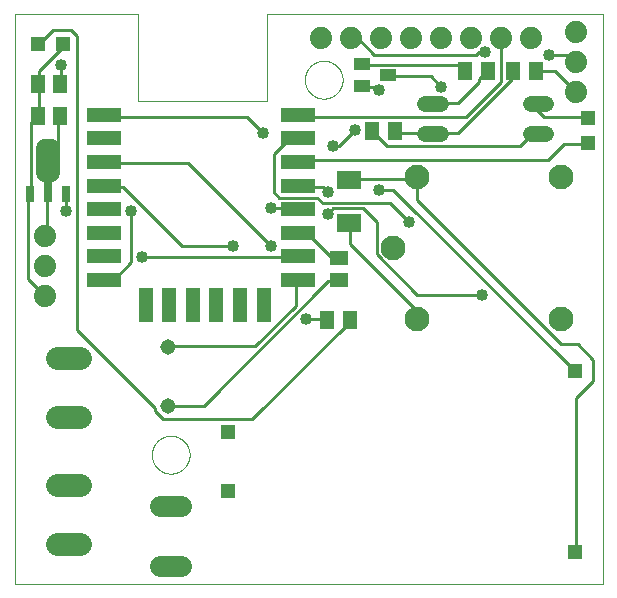
<source format=gtl>
G75*
%MOIN*%
%OFA0B0*%
%FSLAX25Y25*%
%IPPOS*%
%LPD*%
%AMOC8*
5,1,8,0,0,1.08239X$1,22.5*
%
%ADD10C,0.00000*%
%ADD11R,0.11811X0.04724*%
%ADD12R,0.04724X0.11811*%
%ADD13C,0.05200*%
%ADD14C,0.05150*%
%ADD15R,0.05150X0.05150*%
%ADD16C,0.08268*%
%ADD17R,0.03150X0.05512*%
%ADD18R,0.03150X0.07480*%
%ADD19C,0.06000*%
%ADD20C,0.07800*%
%ADD21R,0.05512X0.03937*%
%ADD22R,0.08268X0.05906*%
%ADD23R,0.05118X0.05906*%
%ADD24C,0.07000*%
%ADD25R,0.05118X0.06299*%
%ADD26R,0.04724X0.04724*%
%ADD27R,0.06299X0.05118*%
%ADD28C,0.07400*%
%ADD29C,0.01000*%
%ADD30C,0.04000*%
D10*
X0019333Y0012000D02*
X0019333Y0202000D01*
X0060333Y0202000D01*
X0060333Y0173000D01*
X0103333Y0173000D01*
X0103333Y0202000D01*
X0215333Y0202000D01*
X0215333Y0012000D01*
X0019333Y0012000D01*
X0065034Y0055000D02*
X0065036Y0055158D01*
X0065042Y0055316D01*
X0065052Y0055474D01*
X0065066Y0055632D01*
X0065084Y0055789D01*
X0065105Y0055946D01*
X0065131Y0056102D01*
X0065161Y0056258D01*
X0065194Y0056413D01*
X0065232Y0056566D01*
X0065273Y0056719D01*
X0065318Y0056871D01*
X0065367Y0057022D01*
X0065420Y0057171D01*
X0065476Y0057319D01*
X0065536Y0057465D01*
X0065600Y0057610D01*
X0065668Y0057753D01*
X0065739Y0057895D01*
X0065813Y0058035D01*
X0065891Y0058172D01*
X0065973Y0058308D01*
X0066057Y0058442D01*
X0066146Y0058573D01*
X0066237Y0058702D01*
X0066332Y0058829D01*
X0066429Y0058954D01*
X0066530Y0059076D01*
X0066634Y0059195D01*
X0066741Y0059312D01*
X0066851Y0059426D01*
X0066964Y0059537D01*
X0067079Y0059646D01*
X0067197Y0059751D01*
X0067318Y0059853D01*
X0067441Y0059953D01*
X0067567Y0060049D01*
X0067695Y0060142D01*
X0067825Y0060232D01*
X0067958Y0060318D01*
X0068093Y0060402D01*
X0068229Y0060481D01*
X0068368Y0060558D01*
X0068509Y0060630D01*
X0068651Y0060700D01*
X0068795Y0060765D01*
X0068941Y0060827D01*
X0069088Y0060885D01*
X0069237Y0060940D01*
X0069387Y0060991D01*
X0069538Y0061038D01*
X0069690Y0061081D01*
X0069843Y0061120D01*
X0069998Y0061156D01*
X0070153Y0061187D01*
X0070309Y0061215D01*
X0070465Y0061239D01*
X0070622Y0061259D01*
X0070780Y0061275D01*
X0070937Y0061287D01*
X0071096Y0061295D01*
X0071254Y0061299D01*
X0071412Y0061299D01*
X0071570Y0061295D01*
X0071729Y0061287D01*
X0071886Y0061275D01*
X0072044Y0061259D01*
X0072201Y0061239D01*
X0072357Y0061215D01*
X0072513Y0061187D01*
X0072668Y0061156D01*
X0072823Y0061120D01*
X0072976Y0061081D01*
X0073128Y0061038D01*
X0073279Y0060991D01*
X0073429Y0060940D01*
X0073578Y0060885D01*
X0073725Y0060827D01*
X0073871Y0060765D01*
X0074015Y0060700D01*
X0074157Y0060630D01*
X0074298Y0060558D01*
X0074437Y0060481D01*
X0074573Y0060402D01*
X0074708Y0060318D01*
X0074841Y0060232D01*
X0074971Y0060142D01*
X0075099Y0060049D01*
X0075225Y0059953D01*
X0075348Y0059853D01*
X0075469Y0059751D01*
X0075587Y0059646D01*
X0075702Y0059537D01*
X0075815Y0059426D01*
X0075925Y0059312D01*
X0076032Y0059195D01*
X0076136Y0059076D01*
X0076237Y0058954D01*
X0076334Y0058829D01*
X0076429Y0058702D01*
X0076520Y0058573D01*
X0076609Y0058442D01*
X0076693Y0058308D01*
X0076775Y0058172D01*
X0076853Y0058035D01*
X0076927Y0057895D01*
X0076998Y0057753D01*
X0077066Y0057610D01*
X0077130Y0057465D01*
X0077190Y0057319D01*
X0077246Y0057171D01*
X0077299Y0057022D01*
X0077348Y0056871D01*
X0077393Y0056719D01*
X0077434Y0056566D01*
X0077472Y0056413D01*
X0077505Y0056258D01*
X0077535Y0056102D01*
X0077561Y0055946D01*
X0077582Y0055789D01*
X0077600Y0055632D01*
X0077614Y0055474D01*
X0077624Y0055316D01*
X0077630Y0055158D01*
X0077632Y0055000D01*
X0077630Y0054842D01*
X0077624Y0054684D01*
X0077614Y0054526D01*
X0077600Y0054368D01*
X0077582Y0054211D01*
X0077561Y0054054D01*
X0077535Y0053898D01*
X0077505Y0053742D01*
X0077472Y0053587D01*
X0077434Y0053434D01*
X0077393Y0053281D01*
X0077348Y0053129D01*
X0077299Y0052978D01*
X0077246Y0052829D01*
X0077190Y0052681D01*
X0077130Y0052535D01*
X0077066Y0052390D01*
X0076998Y0052247D01*
X0076927Y0052105D01*
X0076853Y0051965D01*
X0076775Y0051828D01*
X0076693Y0051692D01*
X0076609Y0051558D01*
X0076520Y0051427D01*
X0076429Y0051298D01*
X0076334Y0051171D01*
X0076237Y0051046D01*
X0076136Y0050924D01*
X0076032Y0050805D01*
X0075925Y0050688D01*
X0075815Y0050574D01*
X0075702Y0050463D01*
X0075587Y0050354D01*
X0075469Y0050249D01*
X0075348Y0050147D01*
X0075225Y0050047D01*
X0075099Y0049951D01*
X0074971Y0049858D01*
X0074841Y0049768D01*
X0074708Y0049682D01*
X0074573Y0049598D01*
X0074437Y0049519D01*
X0074298Y0049442D01*
X0074157Y0049370D01*
X0074015Y0049300D01*
X0073871Y0049235D01*
X0073725Y0049173D01*
X0073578Y0049115D01*
X0073429Y0049060D01*
X0073279Y0049009D01*
X0073128Y0048962D01*
X0072976Y0048919D01*
X0072823Y0048880D01*
X0072668Y0048844D01*
X0072513Y0048813D01*
X0072357Y0048785D01*
X0072201Y0048761D01*
X0072044Y0048741D01*
X0071886Y0048725D01*
X0071729Y0048713D01*
X0071570Y0048705D01*
X0071412Y0048701D01*
X0071254Y0048701D01*
X0071096Y0048705D01*
X0070937Y0048713D01*
X0070780Y0048725D01*
X0070622Y0048741D01*
X0070465Y0048761D01*
X0070309Y0048785D01*
X0070153Y0048813D01*
X0069998Y0048844D01*
X0069843Y0048880D01*
X0069690Y0048919D01*
X0069538Y0048962D01*
X0069387Y0049009D01*
X0069237Y0049060D01*
X0069088Y0049115D01*
X0068941Y0049173D01*
X0068795Y0049235D01*
X0068651Y0049300D01*
X0068509Y0049370D01*
X0068368Y0049442D01*
X0068229Y0049519D01*
X0068093Y0049598D01*
X0067958Y0049682D01*
X0067825Y0049768D01*
X0067695Y0049858D01*
X0067567Y0049951D01*
X0067441Y0050047D01*
X0067318Y0050147D01*
X0067197Y0050249D01*
X0067079Y0050354D01*
X0066964Y0050463D01*
X0066851Y0050574D01*
X0066741Y0050688D01*
X0066634Y0050805D01*
X0066530Y0050924D01*
X0066429Y0051046D01*
X0066332Y0051171D01*
X0066237Y0051298D01*
X0066146Y0051427D01*
X0066057Y0051558D01*
X0065973Y0051692D01*
X0065891Y0051828D01*
X0065813Y0051965D01*
X0065739Y0052105D01*
X0065668Y0052247D01*
X0065600Y0052390D01*
X0065536Y0052535D01*
X0065476Y0052681D01*
X0065420Y0052829D01*
X0065367Y0052978D01*
X0065318Y0053129D01*
X0065273Y0053281D01*
X0065232Y0053434D01*
X0065194Y0053587D01*
X0065161Y0053742D01*
X0065131Y0053898D01*
X0065105Y0054054D01*
X0065084Y0054211D01*
X0065066Y0054368D01*
X0065052Y0054526D01*
X0065042Y0054684D01*
X0065036Y0054842D01*
X0065034Y0055000D01*
X0116034Y0180000D02*
X0116036Y0180158D01*
X0116042Y0180316D01*
X0116052Y0180474D01*
X0116066Y0180632D01*
X0116084Y0180789D01*
X0116105Y0180946D01*
X0116131Y0181102D01*
X0116161Y0181258D01*
X0116194Y0181413D01*
X0116232Y0181566D01*
X0116273Y0181719D01*
X0116318Y0181871D01*
X0116367Y0182022D01*
X0116420Y0182171D01*
X0116476Y0182319D01*
X0116536Y0182465D01*
X0116600Y0182610D01*
X0116668Y0182753D01*
X0116739Y0182895D01*
X0116813Y0183035D01*
X0116891Y0183172D01*
X0116973Y0183308D01*
X0117057Y0183442D01*
X0117146Y0183573D01*
X0117237Y0183702D01*
X0117332Y0183829D01*
X0117429Y0183954D01*
X0117530Y0184076D01*
X0117634Y0184195D01*
X0117741Y0184312D01*
X0117851Y0184426D01*
X0117964Y0184537D01*
X0118079Y0184646D01*
X0118197Y0184751D01*
X0118318Y0184853D01*
X0118441Y0184953D01*
X0118567Y0185049D01*
X0118695Y0185142D01*
X0118825Y0185232D01*
X0118958Y0185318D01*
X0119093Y0185402D01*
X0119229Y0185481D01*
X0119368Y0185558D01*
X0119509Y0185630D01*
X0119651Y0185700D01*
X0119795Y0185765D01*
X0119941Y0185827D01*
X0120088Y0185885D01*
X0120237Y0185940D01*
X0120387Y0185991D01*
X0120538Y0186038D01*
X0120690Y0186081D01*
X0120843Y0186120D01*
X0120998Y0186156D01*
X0121153Y0186187D01*
X0121309Y0186215D01*
X0121465Y0186239D01*
X0121622Y0186259D01*
X0121780Y0186275D01*
X0121937Y0186287D01*
X0122096Y0186295D01*
X0122254Y0186299D01*
X0122412Y0186299D01*
X0122570Y0186295D01*
X0122729Y0186287D01*
X0122886Y0186275D01*
X0123044Y0186259D01*
X0123201Y0186239D01*
X0123357Y0186215D01*
X0123513Y0186187D01*
X0123668Y0186156D01*
X0123823Y0186120D01*
X0123976Y0186081D01*
X0124128Y0186038D01*
X0124279Y0185991D01*
X0124429Y0185940D01*
X0124578Y0185885D01*
X0124725Y0185827D01*
X0124871Y0185765D01*
X0125015Y0185700D01*
X0125157Y0185630D01*
X0125298Y0185558D01*
X0125437Y0185481D01*
X0125573Y0185402D01*
X0125708Y0185318D01*
X0125841Y0185232D01*
X0125971Y0185142D01*
X0126099Y0185049D01*
X0126225Y0184953D01*
X0126348Y0184853D01*
X0126469Y0184751D01*
X0126587Y0184646D01*
X0126702Y0184537D01*
X0126815Y0184426D01*
X0126925Y0184312D01*
X0127032Y0184195D01*
X0127136Y0184076D01*
X0127237Y0183954D01*
X0127334Y0183829D01*
X0127429Y0183702D01*
X0127520Y0183573D01*
X0127609Y0183442D01*
X0127693Y0183308D01*
X0127775Y0183172D01*
X0127853Y0183035D01*
X0127927Y0182895D01*
X0127998Y0182753D01*
X0128066Y0182610D01*
X0128130Y0182465D01*
X0128190Y0182319D01*
X0128246Y0182171D01*
X0128299Y0182022D01*
X0128348Y0181871D01*
X0128393Y0181719D01*
X0128434Y0181566D01*
X0128472Y0181413D01*
X0128505Y0181258D01*
X0128535Y0181102D01*
X0128561Y0180946D01*
X0128582Y0180789D01*
X0128600Y0180632D01*
X0128614Y0180474D01*
X0128624Y0180316D01*
X0128630Y0180158D01*
X0128632Y0180000D01*
X0128630Y0179842D01*
X0128624Y0179684D01*
X0128614Y0179526D01*
X0128600Y0179368D01*
X0128582Y0179211D01*
X0128561Y0179054D01*
X0128535Y0178898D01*
X0128505Y0178742D01*
X0128472Y0178587D01*
X0128434Y0178434D01*
X0128393Y0178281D01*
X0128348Y0178129D01*
X0128299Y0177978D01*
X0128246Y0177829D01*
X0128190Y0177681D01*
X0128130Y0177535D01*
X0128066Y0177390D01*
X0127998Y0177247D01*
X0127927Y0177105D01*
X0127853Y0176965D01*
X0127775Y0176828D01*
X0127693Y0176692D01*
X0127609Y0176558D01*
X0127520Y0176427D01*
X0127429Y0176298D01*
X0127334Y0176171D01*
X0127237Y0176046D01*
X0127136Y0175924D01*
X0127032Y0175805D01*
X0126925Y0175688D01*
X0126815Y0175574D01*
X0126702Y0175463D01*
X0126587Y0175354D01*
X0126469Y0175249D01*
X0126348Y0175147D01*
X0126225Y0175047D01*
X0126099Y0174951D01*
X0125971Y0174858D01*
X0125841Y0174768D01*
X0125708Y0174682D01*
X0125573Y0174598D01*
X0125437Y0174519D01*
X0125298Y0174442D01*
X0125157Y0174370D01*
X0125015Y0174300D01*
X0124871Y0174235D01*
X0124725Y0174173D01*
X0124578Y0174115D01*
X0124429Y0174060D01*
X0124279Y0174009D01*
X0124128Y0173962D01*
X0123976Y0173919D01*
X0123823Y0173880D01*
X0123668Y0173844D01*
X0123513Y0173813D01*
X0123357Y0173785D01*
X0123201Y0173761D01*
X0123044Y0173741D01*
X0122886Y0173725D01*
X0122729Y0173713D01*
X0122570Y0173705D01*
X0122412Y0173701D01*
X0122254Y0173701D01*
X0122096Y0173705D01*
X0121937Y0173713D01*
X0121780Y0173725D01*
X0121622Y0173741D01*
X0121465Y0173761D01*
X0121309Y0173785D01*
X0121153Y0173813D01*
X0120998Y0173844D01*
X0120843Y0173880D01*
X0120690Y0173919D01*
X0120538Y0173962D01*
X0120387Y0174009D01*
X0120237Y0174060D01*
X0120088Y0174115D01*
X0119941Y0174173D01*
X0119795Y0174235D01*
X0119651Y0174300D01*
X0119509Y0174370D01*
X0119368Y0174442D01*
X0119229Y0174519D01*
X0119093Y0174598D01*
X0118958Y0174682D01*
X0118825Y0174768D01*
X0118695Y0174858D01*
X0118567Y0174951D01*
X0118441Y0175047D01*
X0118318Y0175147D01*
X0118197Y0175249D01*
X0118079Y0175354D01*
X0117964Y0175463D01*
X0117851Y0175574D01*
X0117741Y0175688D01*
X0117634Y0175805D01*
X0117530Y0175924D01*
X0117429Y0176046D01*
X0117332Y0176171D01*
X0117237Y0176298D01*
X0117146Y0176427D01*
X0117057Y0176558D01*
X0116973Y0176692D01*
X0116891Y0176828D01*
X0116813Y0176965D01*
X0116739Y0177105D01*
X0116668Y0177247D01*
X0116600Y0177390D01*
X0116536Y0177535D01*
X0116476Y0177681D01*
X0116420Y0177829D01*
X0116367Y0177978D01*
X0116318Y0178129D01*
X0116273Y0178281D01*
X0116232Y0178434D01*
X0116194Y0178587D01*
X0116161Y0178742D01*
X0116131Y0178898D01*
X0116105Y0179054D01*
X0116084Y0179211D01*
X0116066Y0179368D01*
X0116052Y0179526D01*
X0116042Y0179684D01*
X0116036Y0179842D01*
X0116034Y0180000D01*
D11*
X0113723Y0168335D03*
X0113723Y0160461D03*
X0113723Y0152587D03*
X0113723Y0144713D03*
X0113723Y0136839D03*
X0113723Y0128965D03*
X0113723Y0121091D03*
X0113723Y0113217D03*
X0049156Y0113217D03*
X0049156Y0121091D03*
X0049156Y0128965D03*
X0049156Y0136839D03*
X0049156Y0144713D03*
X0049156Y0152587D03*
X0049156Y0160461D03*
X0049156Y0168335D03*
D12*
X0062936Y0104949D03*
X0070810Y0104949D03*
X0078684Y0104949D03*
X0086558Y0104949D03*
X0094432Y0104949D03*
X0102306Y0104949D03*
D13*
X0156133Y0162000D02*
X0161333Y0162000D01*
X0161333Y0172000D02*
X0156133Y0172000D01*
X0191333Y0172000D02*
X0196533Y0172000D01*
X0196533Y0162000D02*
X0191333Y0162000D01*
D14*
X0070333Y0090843D03*
X0070333Y0071157D03*
D15*
X0090388Y0062606D03*
X0090388Y0042921D03*
X0206136Y0022449D03*
X0206136Y0083079D03*
D16*
X0201349Y0100378D03*
X0201349Y0147622D03*
X0153318Y0147622D03*
X0145444Y0124000D03*
X0153318Y0100378D03*
D17*
X0036333Y0142000D03*
X0024333Y0142000D03*
D18*
X0030333Y0143000D03*
D19*
X0031333Y0149016D02*
X0029333Y0149016D01*
X0029333Y0157386D01*
X0031333Y0157386D01*
X0031333Y0149016D01*
X0031333Y0155015D02*
X0029333Y0155015D01*
D20*
X0033433Y0087400D02*
X0041233Y0087400D01*
X0041233Y0067700D02*
X0033433Y0067700D01*
X0033433Y0044900D02*
X0041233Y0044900D01*
X0041233Y0025200D02*
X0033433Y0025200D01*
D21*
X0135003Y0177760D03*
X0135003Y0185240D03*
X0143664Y0181500D03*
D22*
X0130833Y0146587D03*
X0130833Y0132413D03*
D23*
X0034573Y0168000D03*
X0027093Y0168000D03*
X0027093Y0178500D03*
X0034573Y0178500D03*
D24*
X0067833Y0038000D02*
X0074833Y0038000D01*
X0074833Y0018000D02*
X0067833Y0018000D01*
D25*
X0123593Y0100000D03*
X0131073Y0100000D03*
X0138593Y0163000D03*
X0146073Y0163000D03*
X0169593Y0183000D03*
X0177073Y0183000D03*
X0185593Y0183000D03*
X0193073Y0183000D03*
D26*
X0210333Y0167134D03*
X0210333Y0158866D03*
X0035467Y0192000D03*
X0027199Y0192000D03*
D27*
X0127333Y0120740D03*
X0127333Y0113260D03*
D28*
X0131333Y0194000D03*
X0121333Y0194000D03*
X0141333Y0194000D03*
X0151333Y0194000D03*
X0161333Y0194000D03*
X0171333Y0194000D03*
X0181333Y0194000D03*
X0191333Y0194000D03*
X0206333Y0196000D03*
X0206333Y0186000D03*
X0206333Y0176000D03*
X0029333Y0128000D03*
X0029333Y0118000D03*
X0029333Y0108000D03*
D29*
X0029233Y0108300D01*
X0023833Y0113700D01*
X0023833Y0141600D01*
X0024333Y0142000D01*
X0024733Y0142500D01*
X0024733Y0165900D01*
X0026533Y0167700D01*
X0027093Y0168000D01*
X0027433Y0168600D01*
X0027433Y0178500D01*
X0027093Y0178500D01*
X0027433Y0178500D02*
X0027433Y0183000D01*
X0034633Y0190200D01*
X0034633Y0192000D01*
X0035467Y0192000D01*
X0038233Y0196500D02*
X0040033Y0194700D01*
X0040033Y0096600D01*
X0066133Y0070500D01*
X0066133Y0069600D01*
X0068833Y0066900D01*
X0098533Y0066900D01*
X0130933Y0099300D01*
X0131073Y0100000D01*
X0123593Y0100000D02*
X0122833Y0100200D01*
X0116533Y0100200D01*
X0112933Y0104700D02*
X0099433Y0091200D01*
X0070633Y0091200D01*
X0070333Y0090843D01*
X0070633Y0071400D02*
X0070333Y0071157D01*
X0070633Y0071400D02*
X0082333Y0071400D01*
X0123733Y0112800D01*
X0127333Y0112800D01*
X0127333Y0113260D01*
X0127333Y0120740D02*
X0127333Y0120900D01*
X0124633Y0120900D01*
X0117433Y0128100D01*
X0113833Y0128100D01*
X0113723Y0128965D01*
X0113723Y0136839D02*
X0112933Y0137100D01*
X0104833Y0137100D01*
X0107533Y0140700D02*
X0120133Y0140700D01*
X0121933Y0138900D01*
X0144433Y0138900D01*
X0150733Y0132600D01*
X0153433Y0139800D02*
X0153433Y0147000D01*
X0153318Y0147622D01*
X0152533Y0147000D01*
X0130933Y0147000D01*
X0130833Y0146587D01*
X0123733Y0142500D02*
X0121933Y0144300D01*
X0113833Y0144300D01*
X0113723Y0144713D01*
X0107533Y0140700D02*
X0105733Y0142500D01*
X0105733Y0155100D01*
X0110233Y0159600D01*
X0112933Y0159600D01*
X0113723Y0160461D01*
X0113833Y0167700D02*
X0113723Y0168335D01*
X0113833Y0167700D02*
X0169633Y0167700D01*
X0181333Y0179400D01*
X0181333Y0194000D01*
X0175933Y0189300D02*
X0174133Y0189300D01*
X0173233Y0188400D01*
X0139033Y0188400D01*
X0133633Y0193800D01*
X0131833Y0193800D01*
X0131333Y0194000D01*
X0135003Y0185240D02*
X0135433Y0184800D01*
X0166933Y0184800D01*
X0168733Y0183000D01*
X0169593Y0183000D01*
X0174133Y0180300D02*
X0174133Y0179400D01*
X0166933Y0172200D01*
X0161533Y0172200D01*
X0161333Y0172000D01*
X0161533Y0177600D02*
X0157933Y0181200D01*
X0144433Y0181200D01*
X0143664Y0181500D01*
X0139933Y0177600D02*
X0140833Y0176700D01*
X0139933Y0177600D02*
X0135433Y0177600D01*
X0135003Y0177760D01*
X0132733Y0163200D02*
X0127333Y0157800D01*
X0125533Y0157800D01*
X0113833Y0153300D02*
X0113723Y0152587D01*
X0113833Y0153300D02*
X0196933Y0153300D01*
X0202333Y0158700D01*
X0210133Y0158700D01*
X0210333Y0158866D01*
X0210333Y0167134D02*
X0210133Y0167700D01*
X0195733Y0167700D01*
X0192133Y0171300D01*
X0191333Y0172000D01*
X0184933Y0180300D02*
X0166933Y0162300D01*
X0161533Y0162300D01*
X0161333Y0162000D01*
X0160633Y0162300D01*
X0146233Y0162300D01*
X0146073Y0163000D01*
X0143533Y0157800D02*
X0187633Y0157800D01*
X0191233Y0161400D01*
X0191333Y0162000D01*
X0206333Y0176000D02*
X0199333Y0183000D01*
X0193073Y0183000D01*
X0197533Y0188400D02*
X0203833Y0188400D01*
X0205633Y0186600D01*
X0206333Y0186000D01*
X0185593Y0183000D02*
X0184933Y0183000D01*
X0184933Y0180300D01*
X0177073Y0183000D02*
X0176833Y0183000D01*
X0174133Y0180300D01*
X0143533Y0157800D02*
X0139033Y0162300D01*
X0138593Y0163000D01*
X0140833Y0143400D02*
X0145333Y0143400D01*
X0205633Y0083100D01*
X0206136Y0083079D01*
X0212133Y0079500D02*
X0212133Y0086700D01*
X0207033Y0091800D01*
X0201433Y0091800D01*
X0153433Y0139800D01*
X0139933Y0132600D02*
X0139933Y0121800D01*
X0153433Y0108300D01*
X0175033Y0108300D01*
X0152533Y0103800D02*
X0152533Y0101100D01*
X0153318Y0100378D01*
X0152533Y0103800D02*
X0130933Y0125400D01*
X0130933Y0131700D01*
X0130833Y0132413D01*
X0135433Y0137100D02*
X0139933Y0132600D01*
X0135433Y0137100D02*
X0125533Y0137100D01*
X0123733Y0135300D01*
X0113723Y0121091D02*
X0112933Y0120900D01*
X0061633Y0120900D01*
X0058033Y0119100D02*
X0058033Y0136200D01*
X0055333Y0144300D02*
X0049933Y0144300D01*
X0049156Y0144713D01*
X0055333Y0144300D02*
X0075133Y0124500D01*
X0092233Y0124500D01*
X0104833Y0124500D02*
X0076933Y0152400D01*
X0049933Y0152400D01*
X0049156Y0152587D01*
X0036333Y0142000D02*
X0036433Y0141600D01*
X0036433Y0136200D01*
X0030133Y0142500D02*
X0030133Y0128100D01*
X0029333Y0128000D01*
X0030133Y0142500D02*
X0030333Y0143000D01*
X0030133Y0143400D01*
X0030133Y0152400D01*
X0030333Y0153201D01*
X0031033Y0153300D01*
X0033733Y0156000D01*
X0033733Y0167700D01*
X0034573Y0168000D01*
X0034633Y0178500D02*
X0034573Y0178500D01*
X0034633Y0178500D02*
X0034633Y0184800D01*
X0027433Y0192000D02*
X0027199Y0192000D01*
X0027433Y0192000D02*
X0031933Y0196500D01*
X0038233Y0196500D01*
X0049156Y0168335D02*
X0049933Y0167700D01*
X0096733Y0167700D01*
X0102133Y0162300D01*
X0058033Y0119100D02*
X0052633Y0113700D01*
X0049933Y0113700D01*
X0049156Y0113217D01*
X0112933Y0112800D02*
X0112933Y0104700D01*
X0112933Y0112800D02*
X0113723Y0113217D01*
X0206533Y0073900D02*
X0206533Y0022800D01*
X0206136Y0022449D01*
X0206533Y0073900D02*
X0212133Y0079500D01*
D30*
X0175033Y0108300D03*
X0150733Y0132600D03*
X0140833Y0143400D03*
X0123733Y0142500D03*
X0123733Y0135300D03*
X0104833Y0137100D03*
X0104833Y0124500D03*
X0092233Y0124500D03*
X0116533Y0100200D03*
X0061633Y0120900D03*
X0058033Y0136200D03*
X0036433Y0136200D03*
X0034633Y0184800D03*
X0102133Y0162300D03*
X0125533Y0157800D03*
X0132733Y0163200D03*
X0140833Y0176700D03*
X0161533Y0177600D03*
X0175933Y0189300D03*
X0197533Y0188400D03*
M02*

</source>
